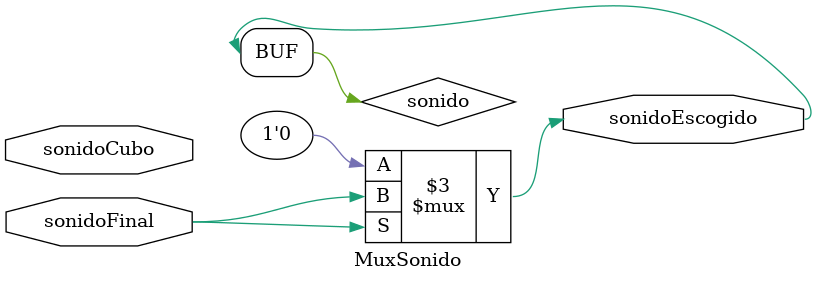
<source format=v>
`timescale 1ns / 1ps
module MuxSonido(
	
	input sonidoCubo,
	input sonidoFinal,
	output sonidoEscogido
    );
	 
	 reg sonido;
	 
	 always @(*)begin
		if(sonidoCubo)begin 
			sonido <= sonidoCubo;
		end
		if(sonidoFinal)begin
			sonido <= sonidoFinal;
		end
		else begin
			sonido <=0;
		end
	 end
	 
	 
	 assign sonidoEscogido = sonido;
	 
	 


endmodule

</source>
